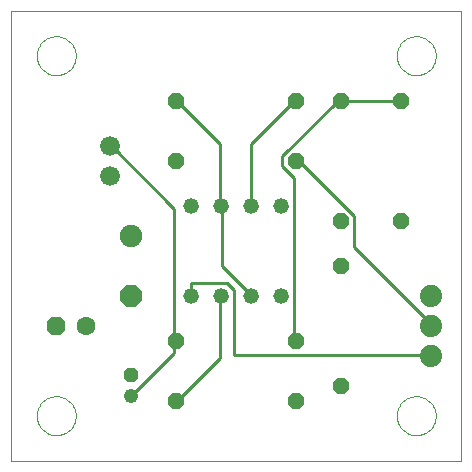
<source format=gtl>
G75*
G70*
%OFA0B0*%
%FSLAX24Y24*%
%IPPOS*%
%LPD*%
%AMOC8*
5,1,8,0,0,1.08239X$1,22.5*
%
%ADD10C,0.0000*%
%ADD11C,0.0520*%
%ADD12OC8,0.0520*%
%ADD13OC8,0.0630*%
%ADD14C,0.0630*%
%ADD15C,0.0750*%
%ADD16OC8,0.0750*%
%ADD17OC8,0.0480*%
%ADD18C,0.0480*%
%ADD19C,0.0660*%
%ADD20C,0.0740*%
%ADD21C,0.0100*%
D10*
X004833Y000150D02*
X004833Y015146D01*
X019833Y015150D01*
X019833Y000150D01*
X004833Y000150D01*
X005683Y001650D02*
X005685Y001700D01*
X005691Y001750D01*
X005701Y001800D01*
X005714Y001848D01*
X005731Y001896D01*
X005752Y001942D01*
X005776Y001986D01*
X005804Y002028D01*
X005835Y002068D01*
X005869Y002105D01*
X005906Y002140D01*
X005945Y002171D01*
X005986Y002200D01*
X006030Y002225D01*
X006076Y002247D01*
X006123Y002265D01*
X006171Y002279D01*
X006220Y002290D01*
X006270Y002297D01*
X006320Y002300D01*
X006371Y002299D01*
X006421Y002294D01*
X006471Y002285D01*
X006519Y002273D01*
X006567Y002256D01*
X006613Y002236D01*
X006658Y002213D01*
X006701Y002186D01*
X006741Y002156D01*
X006779Y002123D01*
X006814Y002087D01*
X006847Y002048D01*
X006876Y002007D01*
X006902Y001964D01*
X006925Y001919D01*
X006944Y001872D01*
X006959Y001824D01*
X006971Y001775D01*
X006979Y001725D01*
X006983Y001675D01*
X006983Y001625D01*
X006979Y001575D01*
X006971Y001525D01*
X006959Y001476D01*
X006944Y001428D01*
X006925Y001381D01*
X006902Y001336D01*
X006876Y001293D01*
X006847Y001252D01*
X006814Y001213D01*
X006779Y001177D01*
X006741Y001144D01*
X006701Y001114D01*
X006658Y001087D01*
X006613Y001064D01*
X006567Y001044D01*
X006519Y001027D01*
X006471Y001015D01*
X006421Y001006D01*
X006371Y001001D01*
X006320Y001000D01*
X006270Y001003D01*
X006220Y001010D01*
X006171Y001021D01*
X006123Y001035D01*
X006076Y001053D01*
X006030Y001075D01*
X005986Y001100D01*
X005945Y001129D01*
X005906Y001160D01*
X005869Y001195D01*
X005835Y001232D01*
X005804Y001272D01*
X005776Y001314D01*
X005752Y001358D01*
X005731Y001404D01*
X005714Y001452D01*
X005701Y001500D01*
X005691Y001550D01*
X005685Y001600D01*
X005683Y001650D01*
X017683Y001650D02*
X017685Y001700D01*
X017691Y001750D01*
X017701Y001800D01*
X017714Y001848D01*
X017731Y001896D01*
X017752Y001942D01*
X017776Y001986D01*
X017804Y002028D01*
X017835Y002068D01*
X017869Y002105D01*
X017906Y002140D01*
X017945Y002171D01*
X017986Y002200D01*
X018030Y002225D01*
X018076Y002247D01*
X018123Y002265D01*
X018171Y002279D01*
X018220Y002290D01*
X018270Y002297D01*
X018320Y002300D01*
X018371Y002299D01*
X018421Y002294D01*
X018471Y002285D01*
X018519Y002273D01*
X018567Y002256D01*
X018613Y002236D01*
X018658Y002213D01*
X018701Y002186D01*
X018741Y002156D01*
X018779Y002123D01*
X018814Y002087D01*
X018847Y002048D01*
X018876Y002007D01*
X018902Y001964D01*
X018925Y001919D01*
X018944Y001872D01*
X018959Y001824D01*
X018971Y001775D01*
X018979Y001725D01*
X018983Y001675D01*
X018983Y001625D01*
X018979Y001575D01*
X018971Y001525D01*
X018959Y001476D01*
X018944Y001428D01*
X018925Y001381D01*
X018902Y001336D01*
X018876Y001293D01*
X018847Y001252D01*
X018814Y001213D01*
X018779Y001177D01*
X018741Y001144D01*
X018701Y001114D01*
X018658Y001087D01*
X018613Y001064D01*
X018567Y001044D01*
X018519Y001027D01*
X018471Y001015D01*
X018421Y001006D01*
X018371Y001001D01*
X018320Y001000D01*
X018270Y001003D01*
X018220Y001010D01*
X018171Y001021D01*
X018123Y001035D01*
X018076Y001053D01*
X018030Y001075D01*
X017986Y001100D01*
X017945Y001129D01*
X017906Y001160D01*
X017869Y001195D01*
X017835Y001232D01*
X017804Y001272D01*
X017776Y001314D01*
X017752Y001358D01*
X017731Y001404D01*
X017714Y001452D01*
X017701Y001500D01*
X017691Y001550D01*
X017685Y001600D01*
X017683Y001650D01*
X017683Y013650D02*
X017685Y013700D01*
X017691Y013750D01*
X017701Y013800D01*
X017714Y013848D01*
X017731Y013896D01*
X017752Y013942D01*
X017776Y013986D01*
X017804Y014028D01*
X017835Y014068D01*
X017869Y014105D01*
X017906Y014140D01*
X017945Y014171D01*
X017986Y014200D01*
X018030Y014225D01*
X018076Y014247D01*
X018123Y014265D01*
X018171Y014279D01*
X018220Y014290D01*
X018270Y014297D01*
X018320Y014300D01*
X018371Y014299D01*
X018421Y014294D01*
X018471Y014285D01*
X018519Y014273D01*
X018567Y014256D01*
X018613Y014236D01*
X018658Y014213D01*
X018701Y014186D01*
X018741Y014156D01*
X018779Y014123D01*
X018814Y014087D01*
X018847Y014048D01*
X018876Y014007D01*
X018902Y013964D01*
X018925Y013919D01*
X018944Y013872D01*
X018959Y013824D01*
X018971Y013775D01*
X018979Y013725D01*
X018983Y013675D01*
X018983Y013625D01*
X018979Y013575D01*
X018971Y013525D01*
X018959Y013476D01*
X018944Y013428D01*
X018925Y013381D01*
X018902Y013336D01*
X018876Y013293D01*
X018847Y013252D01*
X018814Y013213D01*
X018779Y013177D01*
X018741Y013144D01*
X018701Y013114D01*
X018658Y013087D01*
X018613Y013064D01*
X018567Y013044D01*
X018519Y013027D01*
X018471Y013015D01*
X018421Y013006D01*
X018371Y013001D01*
X018320Y013000D01*
X018270Y013003D01*
X018220Y013010D01*
X018171Y013021D01*
X018123Y013035D01*
X018076Y013053D01*
X018030Y013075D01*
X017986Y013100D01*
X017945Y013129D01*
X017906Y013160D01*
X017869Y013195D01*
X017835Y013232D01*
X017804Y013272D01*
X017776Y013314D01*
X017752Y013358D01*
X017731Y013404D01*
X017714Y013452D01*
X017701Y013500D01*
X017691Y013550D01*
X017685Y013600D01*
X017683Y013650D01*
X005683Y013650D02*
X005685Y013700D01*
X005691Y013750D01*
X005701Y013800D01*
X005714Y013848D01*
X005731Y013896D01*
X005752Y013942D01*
X005776Y013986D01*
X005804Y014028D01*
X005835Y014068D01*
X005869Y014105D01*
X005906Y014140D01*
X005945Y014171D01*
X005986Y014200D01*
X006030Y014225D01*
X006076Y014247D01*
X006123Y014265D01*
X006171Y014279D01*
X006220Y014290D01*
X006270Y014297D01*
X006320Y014300D01*
X006371Y014299D01*
X006421Y014294D01*
X006471Y014285D01*
X006519Y014273D01*
X006567Y014256D01*
X006613Y014236D01*
X006658Y014213D01*
X006701Y014186D01*
X006741Y014156D01*
X006779Y014123D01*
X006814Y014087D01*
X006847Y014048D01*
X006876Y014007D01*
X006902Y013964D01*
X006925Y013919D01*
X006944Y013872D01*
X006959Y013824D01*
X006971Y013775D01*
X006979Y013725D01*
X006983Y013675D01*
X006983Y013625D01*
X006979Y013575D01*
X006971Y013525D01*
X006959Y013476D01*
X006944Y013428D01*
X006925Y013381D01*
X006902Y013336D01*
X006876Y013293D01*
X006847Y013252D01*
X006814Y013213D01*
X006779Y013177D01*
X006741Y013144D01*
X006701Y013114D01*
X006658Y013087D01*
X006613Y013064D01*
X006567Y013044D01*
X006519Y013027D01*
X006471Y013015D01*
X006421Y013006D01*
X006371Y013001D01*
X006320Y013000D01*
X006270Y013003D01*
X006220Y013010D01*
X006171Y013021D01*
X006123Y013035D01*
X006076Y013053D01*
X006030Y013075D01*
X005986Y013100D01*
X005945Y013129D01*
X005906Y013160D01*
X005869Y013195D01*
X005835Y013232D01*
X005804Y013272D01*
X005776Y013314D01*
X005752Y013358D01*
X005731Y013404D01*
X005714Y013452D01*
X005701Y013500D01*
X005691Y013550D01*
X005685Y013600D01*
X005683Y013650D01*
D11*
X010833Y008650D03*
X011833Y008650D03*
X012833Y008650D03*
X013833Y008650D03*
X013833Y005650D03*
X012833Y005650D03*
X011833Y005650D03*
X010833Y005650D03*
D12*
X010333Y004150D03*
X010333Y002150D03*
X014333Y002150D03*
X015833Y002650D03*
X014333Y004150D03*
X015833Y006650D03*
X015833Y008150D03*
X017833Y008150D03*
X014333Y010150D03*
X014333Y012150D03*
X015833Y012150D03*
X017833Y012150D03*
X010333Y012150D03*
X010333Y010150D03*
D13*
X006333Y004650D03*
D14*
X007333Y004650D03*
D15*
X008833Y007650D03*
D16*
X008833Y005650D03*
D17*
X008833Y003000D03*
D18*
X008833Y002300D03*
D19*
X008121Y009650D03*
X008121Y010650D03*
D20*
X018833Y005650D03*
X018833Y004650D03*
X018833Y003650D03*
D21*
X018833Y003670D01*
X012273Y003670D01*
X012273Y005830D01*
X012033Y006070D01*
X010833Y006070D01*
X010833Y005650D01*
X011793Y005590D02*
X011833Y005650D01*
X011793Y005590D02*
X011793Y003590D01*
X010353Y002150D01*
X010333Y002150D01*
X008833Y002300D02*
X008833Y002310D01*
X010273Y003750D01*
X010273Y004150D01*
X010333Y004150D01*
X010273Y004150D02*
X010273Y008550D01*
X008193Y010630D01*
X008121Y010650D01*
X010333Y012150D02*
X010353Y012150D01*
X011793Y010710D01*
X011793Y008710D01*
X011833Y008650D01*
X011873Y008630D01*
X011873Y006630D01*
X012833Y005670D01*
X012833Y005650D01*
X014273Y004150D02*
X014333Y004150D01*
X014273Y004150D02*
X014273Y009590D01*
X013873Y009990D01*
X013873Y010310D01*
X015713Y012150D01*
X015833Y012150D01*
X017833Y012150D01*
X014333Y012150D02*
X014273Y012150D01*
X012833Y010710D01*
X012833Y008650D01*
X014333Y010150D02*
X014433Y010150D01*
X016273Y008310D01*
X016273Y007270D01*
X018833Y004710D01*
X018833Y004650D01*
M02*

</source>
